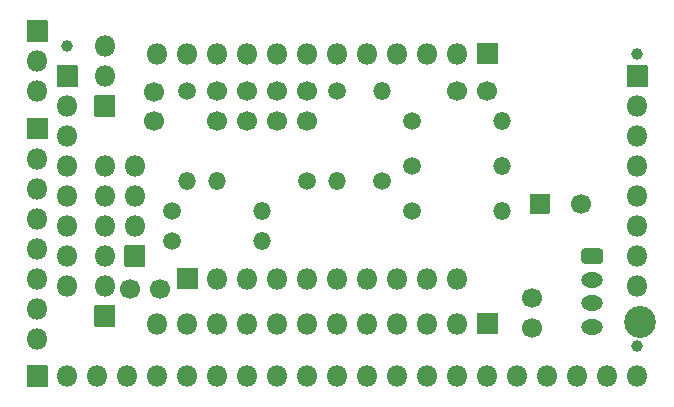
<source format=gts>
G04 #@! TF.GenerationSoftware,KiCad,Pcbnew,(5.1.10)-1*
G04 #@! TF.CreationDate,2021-08-27T23:45:12+02:00*
G04 #@! TF.ProjectId,JuntekOnSteroidsTTGO,4a756e74-656b-44f6-9e53-7465726f6964,2.5*
G04 #@! TF.SameCoordinates,PX5b716c8PY5b716c8*
G04 #@! TF.FileFunction,Soldermask,Top*
G04 #@! TF.FilePolarity,Negative*
%FSLAX46Y46*%
G04 Gerber Fmt 4.6, Leading zero omitted, Abs format (unit mm)*
G04 Created by KiCad (PCBNEW (5.1.10)-1) date 2021-08-27 23:45:12*
%MOMM*%
%LPD*%
G01*
G04 APERTURE LIST*
%ADD10C,1.700000*%
%ADD11O,1.800000X1.800000*%
%ADD12C,2.700000*%
%ADD13O,1.500000X1.500000*%
%ADD14C,1.500000*%
%ADD15C,1.000000*%
%ADD16O,1.850000X1.300000*%
G04 APERTURE END LIST*
D10*
G04 #@! TO.C,C7*
X51125000Y19685000D03*
G36*
G01*
X46775000Y18885000D02*
X46775000Y20485000D01*
G75*
G02*
X46825000Y20535000I50000J0D01*
G01*
X48425000Y20535000D01*
G75*
G02*
X48475000Y20485000I0J-50000D01*
G01*
X48475000Y18885000D01*
G75*
G02*
X48425000Y18835000I-50000J0D01*
G01*
X46825000Y18835000D01*
G75*
G02*
X46775000Y18885000I0J50000D01*
G01*
G37*
G04 #@! TD*
D11*
G04 #@! TO.C,J3*
X5080000Y8255000D03*
X5080000Y10795000D03*
X5080000Y13335000D03*
X5080000Y15875000D03*
X5080000Y18415000D03*
X5080000Y20955000D03*
X5080000Y23495000D03*
G36*
G01*
X4180000Y25185000D02*
X4180000Y26885000D01*
G75*
G02*
X4230000Y26935000I50000J0D01*
G01*
X5930000Y26935000D01*
G75*
G02*
X5980000Y26885000I0J-50000D01*
G01*
X5980000Y25185000D01*
G75*
G02*
X5930000Y25135000I-50000J0D01*
G01*
X4230000Y25135000D01*
G75*
G02*
X4180000Y25185000I0J50000D01*
G01*
G37*
G04 #@! TD*
D12*
G04 #@! TO.C,TP1*
X56134000Y9652000D03*
G04 #@! TD*
D10*
G04 #@! TO.C,C9*
X15454000Y12446000D03*
X12954000Y12446000D03*
G04 #@! TD*
D13*
G04 #@! TO.C,R16*
X24130000Y19050000D03*
D14*
X16510000Y19050000D03*
G04 #@! TD*
D15*
G04 #@! TO.C,FID2*
X55880000Y32385000D03*
G04 #@! TD*
D11*
G04 #@! TO.C,J61*
X10795000Y33020000D03*
X10795000Y30480000D03*
G36*
G01*
X11695000Y28790000D02*
X11695000Y27090000D01*
G75*
G02*
X11645000Y27040000I-50000J0D01*
G01*
X9945000Y27040000D01*
G75*
G02*
X9895000Y27090000I0J50000D01*
G01*
X9895000Y28790000D01*
G75*
G02*
X9945000Y28840000I50000J0D01*
G01*
X11645000Y28840000D01*
G75*
G02*
X11695000Y28790000I0J-50000D01*
G01*
G37*
G04 #@! TD*
G04 #@! TO.C,J22*
X10795000Y12700000D03*
G36*
G01*
X11695000Y11010000D02*
X11695000Y9310000D01*
G75*
G02*
X11645000Y9260000I-50000J0D01*
G01*
X9945000Y9260000D01*
G75*
G02*
X9895000Y9310000I0J50000D01*
G01*
X9895000Y11010000D01*
G75*
G02*
X9945000Y11060000I50000J0D01*
G01*
X11645000Y11060000D01*
G75*
G02*
X11695000Y11010000I0J-50000D01*
G01*
G37*
G04 #@! TD*
G04 #@! TO.C,J21*
X10795000Y22860000D03*
X13335000Y22860000D03*
X10795000Y20320000D03*
X13335000Y20320000D03*
X10795000Y17780000D03*
X13335000Y17780000D03*
X10795000Y15240000D03*
G36*
G01*
X14235000Y16090000D02*
X14235000Y14390000D01*
G75*
G02*
X14185000Y14340000I-50000J0D01*
G01*
X12485000Y14340000D01*
G75*
G02*
X12435000Y14390000I0J50000D01*
G01*
X12435000Y16090000D01*
G75*
G02*
X12485000Y16140000I50000J0D01*
G01*
X14185000Y16140000D01*
G75*
G02*
X14235000Y16090000I0J-50000D01*
G01*
G37*
G04 #@! TD*
D16*
G04 #@! TO.C,J7*
X52070000Y9240000D03*
X52070000Y11240000D03*
X52070000Y13240000D03*
G36*
G01*
X51415832Y15890000D02*
X52724168Y15890000D01*
G75*
G02*
X52995000Y15619168I0J-270832D01*
G01*
X52995000Y14860832D01*
G75*
G02*
X52724168Y14590000I-270832J0D01*
G01*
X51415832Y14590000D01*
G75*
G02*
X51145000Y14860832I0J270832D01*
G01*
X51145000Y15619168D01*
G75*
G02*
X51415832Y15890000I270832J0D01*
G01*
G37*
G04 #@! TD*
D11*
G04 #@! TO.C,J10*
X40640000Y13335000D03*
X38100000Y13335000D03*
X35560000Y13335000D03*
X33020000Y13335000D03*
X30480000Y13335000D03*
X27940000Y13335000D03*
X25400000Y13335000D03*
X22860000Y13335000D03*
X20320000Y13335000D03*
G36*
G01*
X18630000Y12435000D02*
X16930000Y12435000D01*
G75*
G02*
X16880000Y12485000I0J50000D01*
G01*
X16880000Y14185000D01*
G75*
G02*
X16930000Y14235000I50000J0D01*
G01*
X18630000Y14235000D01*
G75*
G02*
X18680000Y14185000I0J-50000D01*
G01*
X18680000Y12485000D01*
G75*
G02*
X18630000Y12435000I-50000J0D01*
G01*
G37*
G04 #@! TD*
D13*
G04 #@! TO.C,R13*
X44450000Y22860000D03*
D14*
X36830000Y22860000D03*
G04 #@! TD*
D10*
G04 #@! TO.C,C6*
X46990000Y11684000D03*
X46990000Y9184000D03*
G04 #@! TD*
G04 #@! TO.C,C5*
X14986000Y29170000D03*
X14986000Y26670000D03*
G04 #@! TD*
D11*
G04 #@! TO.C,J30*
X55880000Y5080000D03*
X53340000Y5080000D03*
X50800000Y5080000D03*
X48260000Y5080000D03*
X45720000Y5080000D03*
X43180000Y5080000D03*
X40640000Y5080000D03*
X38100000Y5080000D03*
X35560000Y5080000D03*
X33020000Y5080000D03*
X30480000Y5080000D03*
X27940000Y5080000D03*
X25400000Y5080000D03*
X22860000Y5080000D03*
X20320000Y5080000D03*
X17780000Y5080000D03*
X15240000Y5080000D03*
X12700000Y5080000D03*
X10160000Y5080000D03*
X7620000Y5080000D03*
G36*
G01*
X4230000Y5980000D02*
X5930000Y5980000D01*
G75*
G02*
X5980000Y5930000I0J-50000D01*
G01*
X5980000Y4230000D01*
G75*
G02*
X5930000Y4180000I-50000J0D01*
G01*
X4230000Y4180000D01*
G75*
G02*
X4180000Y4230000I0J50000D01*
G01*
X4180000Y5930000D01*
G75*
G02*
X4230000Y5980000I50000J0D01*
G01*
G37*
G04 #@! TD*
D13*
G04 #@! TO.C,R20*
X17780000Y21590000D03*
D14*
X17780000Y29210000D03*
G04 #@! TD*
D13*
G04 #@! TO.C,R18*
X24130000Y16510000D03*
D14*
X16510000Y16510000D03*
G04 #@! TD*
D13*
G04 #@! TO.C,R17*
X44450000Y19050000D03*
D14*
X36830000Y19050000D03*
G04 #@! TD*
D13*
G04 #@! TO.C,R15*
X44450000Y26670000D03*
D14*
X36830000Y26670000D03*
G04 #@! TD*
D13*
G04 #@! TO.C,R12*
X34290000Y29210000D03*
D14*
X34290000Y21590000D03*
G04 #@! TD*
D13*
G04 #@! TO.C,R11*
X20320000Y21590000D03*
D14*
X27940000Y21590000D03*
G04 #@! TD*
D10*
G04 #@! TO.C,C3*
X25400000Y26710000D03*
X25400000Y29210000D03*
G04 #@! TD*
G04 #@! TO.C,C2*
X22860000Y26710000D03*
X22860000Y29210000D03*
G04 #@! TD*
G04 #@! TO.C,C1*
X20320000Y26710000D03*
X20320000Y29210000D03*
G04 #@! TD*
D13*
G04 #@! TO.C,R14*
X30480000Y21590000D03*
D14*
X30480000Y29210000D03*
G04 #@! TD*
D11*
G04 #@! TO.C,J6*
X5080000Y29210000D03*
X5080000Y31750000D03*
G36*
G01*
X5980000Y35140000D02*
X5980000Y33440000D01*
G75*
G02*
X5930000Y33390000I-50000J0D01*
G01*
X4230000Y33390000D01*
G75*
G02*
X4180000Y33440000I0J50000D01*
G01*
X4180000Y35140000D01*
G75*
G02*
X4230000Y35190000I50000J0D01*
G01*
X5930000Y35190000D01*
G75*
G02*
X5980000Y35140000I0J-50000D01*
G01*
G37*
G04 #@! TD*
D10*
G04 #@! TO.C,C8*
X40640000Y29210000D03*
X43140000Y29210000D03*
G04 #@! TD*
G04 #@! TO.C,C4*
X27940000Y26710000D03*
X27940000Y29210000D03*
G04 #@! TD*
D15*
G04 #@! TO.C,FID3*
X55880000Y7620000D03*
G04 #@! TD*
G04 #@! TO.C,FID1*
X7620000Y33020000D03*
G04 #@! TD*
D11*
G04 #@! TO.C,J5*
X15240000Y9525000D03*
X17780000Y9525000D03*
X20320000Y9525000D03*
X22860000Y9525000D03*
X25400000Y9525000D03*
X27940000Y9525000D03*
X30480000Y9525000D03*
X33020000Y9525000D03*
X35560000Y9525000D03*
X38100000Y9525000D03*
X40640000Y9525000D03*
G36*
G01*
X42330000Y10425000D02*
X44030000Y10425000D01*
G75*
G02*
X44080000Y10375000I0J-50000D01*
G01*
X44080000Y8675000D01*
G75*
G02*
X44030000Y8625000I-50000J0D01*
G01*
X42330000Y8625000D01*
G75*
G02*
X42280000Y8675000I0J50000D01*
G01*
X42280000Y10375000D01*
G75*
G02*
X42330000Y10425000I50000J0D01*
G01*
G37*
G04 #@! TD*
G04 #@! TO.C,J4*
X15240000Y32385000D03*
X17780000Y32385000D03*
X20320000Y32385000D03*
X22860000Y32385000D03*
X25400000Y32385000D03*
X27940000Y32385000D03*
X30480000Y32385000D03*
X33020000Y32385000D03*
X35560000Y32385000D03*
X38100000Y32385000D03*
X40640000Y32385000D03*
G36*
G01*
X42330000Y33285000D02*
X44030000Y33285000D01*
G75*
G02*
X44080000Y33235000I0J-50000D01*
G01*
X44080000Y31535000D01*
G75*
G02*
X44030000Y31485000I-50000J0D01*
G01*
X42330000Y31485000D01*
G75*
G02*
X42280000Y31535000I0J50000D01*
G01*
X42280000Y33235000D01*
G75*
G02*
X42330000Y33285000I50000J0D01*
G01*
G37*
G04 #@! TD*
G04 #@! TO.C,J2*
X55880000Y12700000D03*
X55880000Y15240000D03*
X55880000Y17780000D03*
X55880000Y20320000D03*
X55880000Y22860000D03*
X55880000Y25400000D03*
X55880000Y27940000D03*
G36*
G01*
X56780000Y31330000D02*
X56780000Y29630000D01*
G75*
G02*
X56730000Y29580000I-50000J0D01*
G01*
X55030000Y29580000D01*
G75*
G02*
X54980000Y29630000I0J50000D01*
G01*
X54980000Y31330000D01*
G75*
G02*
X55030000Y31380000I50000J0D01*
G01*
X56730000Y31380000D01*
G75*
G02*
X56780000Y31330000I0J-50000D01*
G01*
G37*
G04 #@! TD*
G04 #@! TO.C,J1*
X7620000Y12700000D03*
X7620000Y15240000D03*
X7620000Y17780000D03*
X7620000Y20320000D03*
X7620000Y22860000D03*
X7620000Y25400000D03*
X7620000Y27940000D03*
G36*
G01*
X8520000Y31330000D02*
X8520000Y29630000D01*
G75*
G02*
X8470000Y29580000I-50000J0D01*
G01*
X6770000Y29580000D01*
G75*
G02*
X6720000Y29630000I0J50000D01*
G01*
X6720000Y31330000D01*
G75*
G02*
X6770000Y31380000I50000J0D01*
G01*
X8470000Y31380000D01*
G75*
G02*
X8520000Y31330000I0J-50000D01*
G01*
G37*
G04 #@! TD*
M02*

</source>
